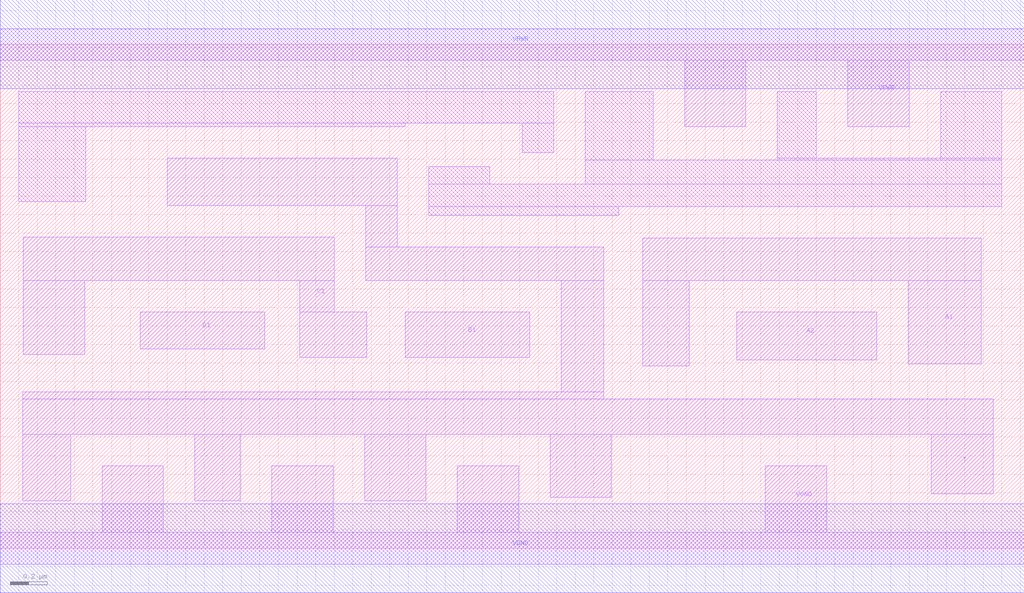
<source format=lef>
# Copyright 2020 The SkyWater PDK Authors
#
# Licensed under the Apache License, Version 2.0 (the "License");
# you may not use this file except in compliance with the License.
# You may obtain a copy of the License at
#
#     https://www.apache.org/licenses/LICENSE-2.0
#
# Unless required by applicable law or agreed to in writing, software
# distributed under the License is distributed on an "AS IS" BASIS,
# WITHOUT WARRANTIES OR CONDITIONS OF ANY KIND, either express or implied.
# See the License for the specific language governing permissions and
# limitations under the License.
#
# SPDX-License-Identifier: Apache-2.0

VERSION 5.5 ;
NAMESCASESENSITIVE ON ;
BUSBITCHARS "[]" ;
DIVIDERCHAR "/" ;
MACRO sky130_fd_sc_hd__a2111oi_2
  CLASS CORE ;
  SOURCE USER ;
  ORIGIN  0.000000  0.000000 ;
  SIZE  5.520000 BY  2.720000 ;
  SYMMETRY X Y R90 ;
  SITE unithd ;
  PIN A1
    ANTENNAGATEAREA  0.495000 ;
    DIRECTION INPUT ;
    USE SIGNAL ;
    PORT
      LAYER li1 ;
        RECT 3.465000 0.985000 3.715000 1.445000 ;
        RECT 3.465000 1.445000 5.290000 1.675000 ;
        RECT 4.895000 0.995000 5.290000 1.445000 ;
    END
  END A1
  PIN A2
    ANTENNAGATEAREA  0.495000 ;
    DIRECTION INPUT ;
    USE SIGNAL ;
    PORT
      LAYER li1 ;
        RECT 3.970000 1.015000 4.725000 1.275000 ;
    END
  END A2
  PIN B1
    ANTENNAGATEAREA  0.495000 ;
    DIRECTION INPUT ;
    USE SIGNAL ;
    PORT
      LAYER li1 ;
        RECT 2.185000 1.030000 2.855000 1.275000 ;
    END
  END B1
  PIN C1
    ANTENNAGATEAREA  0.495000 ;
    DIRECTION INPUT ;
    USE SIGNAL ;
    PORT
      LAYER li1 ;
        RECT 0.125000 1.045000 0.455000 1.445000 ;
        RECT 0.125000 1.445000 1.800000 1.680000 ;
        RECT 1.615000 1.030000 1.975000 1.275000 ;
        RECT 1.615000 1.275000 1.800000 1.445000 ;
    END
  END C1
  PIN D1
    ANTENNAGATEAREA  0.495000 ;
    DIRECTION INPUT ;
    USE SIGNAL ;
    PORT
      LAYER li1 ;
        RECT 0.755000 1.075000 1.425000 1.275000 ;
    END
  END D1
  PIN Y
    ANTENNADIFFAREA  1.212750 ;
    DIRECTION OUTPUT ;
    USE SIGNAL ;
    PORT
      LAYER li1 ;
        RECT 0.120000 0.255000 0.380000 0.615000 ;
        RECT 0.120000 0.615000 5.355000 0.805000 ;
        RECT 0.120000 0.805000 3.255000 0.845000 ;
        RECT 0.900000 1.850000 2.140000 2.105000 ;
        RECT 1.050000 0.255000 1.295000 0.615000 ;
        RECT 1.965000 0.255000 2.295000 0.615000 ;
        RECT 1.970000 1.445000 3.255000 1.625000 ;
        RECT 1.970000 1.625000 2.140000 1.850000 ;
        RECT 2.965000 0.275000 3.295000 0.615000 ;
        RECT 3.025000 0.845000 3.255000 1.445000 ;
        RECT 5.020000 0.295000 5.355000 0.615000 ;
    END
  END Y
  PIN VGND
    DIRECTION INOUT ;
    SHAPE ABUTMENT ;
    USE GROUND ;
    PORT
      LAYER li1 ;
        RECT 0.000000 -0.085000 5.520000 0.085000 ;
        RECT 0.550000  0.085000 0.880000 0.445000 ;
        RECT 1.465000  0.085000 1.795000 0.445000 ;
        RECT 2.465000  0.085000 2.795000 0.445000 ;
        RECT 4.125000  0.085000 4.455000 0.445000 ;
    END
    PORT
      LAYER met1 ;
        RECT 0.000000 -0.240000 5.520000 0.240000 ;
    END
  END VGND
  PIN VPWR
    DIRECTION INOUT ;
    SHAPE ABUTMENT ;
    USE POWER ;
    PORT
      LAYER li1 ;
        RECT 0.000000 2.635000 5.520000 2.805000 ;
        RECT 3.690000 2.275000 4.020000 2.635000 ;
        RECT 4.570000 2.275000 4.900000 2.635000 ;
    END
    PORT
      LAYER met1 ;
        RECT 0.000000 2.480000 5.520000 2.960000 ;
    END
  END VPWR
  OBS
    LAYER li1 ;
      RECT 0.100000 1.870000 0.460000 2.275000 ;
      RECT 0.100000 2.275000 2.185000 2.295000 ;
      RECT 0.100000 2.295000 2.985000 2.465000 ;
      RECT 2.310000 1.795000 3.335000 1.845000 ;
      RECT 2.310000 1.845000 5.400000 1.965000 ;
      RECT 2.310000 1.965000 2.640000 2.060000 ;
      RECT 2.815000 2.135000 2.985000 2.295000 ;
      RECT 3.155000 1.965000 5.400000 2.095000 ;
      RECT 3.155000 2.095000 3.520000 2.465000 ;
      RECT 4.190000 2.095000 5.400000 2.105000 ;
      RECT 4.190000 2.105000 4.400000 2.465000 ;
      RECT 5.070000 2.105000 5.400000 2.465000 ;
  END
END sky130_fd_sc_hd__a2111oi_2

</source>
